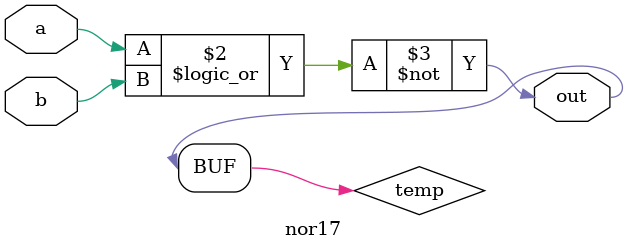
<source format=v>
module nor17 (
    input wire a,
    input wire b,
    output wire out
);

    reg temp;
    always @(*) begin
        temp = ~(a || b);
    end
    
    assign out = temp;
endmodule

</source>
